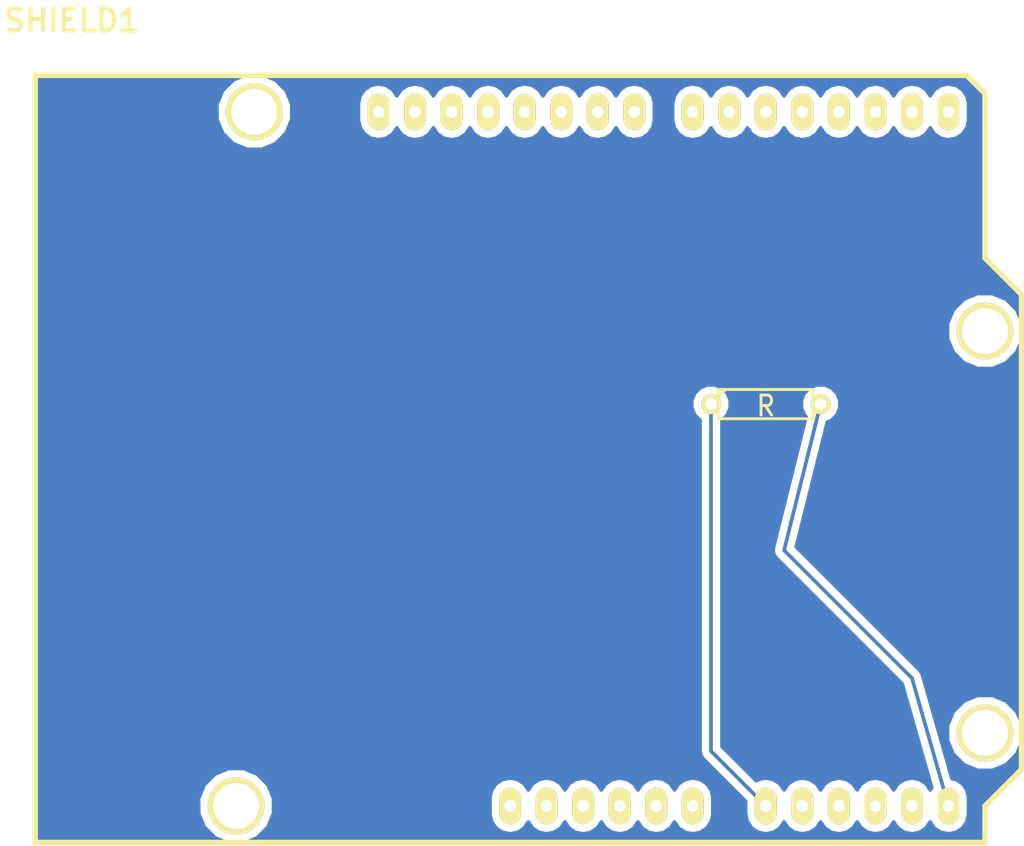
<source format=kicad_pcb>
(kicad_pcb (version 3) (host pcbnew "(2013-may-18)-stable")

  (general
    (links 2)
    (no_connects 0)
    (area 142.680267 130.9116 218.884501 189.734)
    (thickness 1.6)
    (drawings 0)
    (tracks 5)
    (zones 0)
    (modules 2)
    (nets 3)
  )

  (page A3)
  (layers
    (15 F.Cu signal)
    (0 B.Cu signal)
    (16 B.Adhes user)
    (17 F.Adhes user)
    (18 B.Paste user)
    (19 F.Paste user)
    (20 B.SilkS user)
    (21 F.SilkS user)
    (22 B.Mask user)
    (23 F.Mask user)
    (24 Dwgs.User user)
    (25 Cmts.User user)
    (26 Eco1.User user)
    (27 Eco2.User user)
    (28 Edge.Cuts user)
  )

  (setup
    (last_trace_width 0.254)
    (trace_clearance 0.254)
    (zone_clearance 0.508)
    (zone_45_only no)
    (trace_min 0.254)
    (segment_width 0.2)
    (edge_width 0.15)
    (via_size 0.889)
    (via_drill 0.635)
    (via_min_size 0.889)
    (via_min_drill 0.508)
    (uvia_size 0.508)
    (uvia_drill 0.127)
    (uvias_allowed no)
    (uvia_min_size 0.508)
    (uvia_min_drill 0.127)
    (pcb_text_width 0.3)
    (pcb_text_size 1 1)
    (mod_edge_width 0.15)
    (mod_text_size 1 1)
    (mod_text_width 0.15)
    (pad_size 1 1)
    (pad_drill 0.6)
    (pad_to_mask_clearance 0)
    (aux_axis_origin 0 0)
    (visible_elements FFFFFFBF)
    (pcbplotparams
      (layerselection 1)
      (usegerberextensions true)
      (excludeedgelayer false)
      (linewidth 0.150000)
      (plotframeref false)
      (viasonmask false)
      (mode 1)
      (useauxorigin false)
      (hpglpennumber 1)
      (hpglpenspeed 20)
      (hpglpendiameter 15)
      (hpglpenoverlay 2)
      (psnegative false)
      (psa4output false)
      (plotreference false)
      (plotvalue false)
      (plotothertext false)
      (plotinvisibletext false)
      (padsonsilk false)
      (subtractmaskfromsilk false)
      (outputformat 1)
      (mirror false)
      (drillshape 0)
      (scaleselection 1)
      (outputdirectory gerber/))
  )

  (net 0 "")
  (net 1 N-000002)
  (net 2 N-000003)

  (net_class Default "Ceci est la Netclass par défaut"
    (clearance 0.254)
    (trace_width 0.254)
    (via_dia 0.889)
    (via_drill 0.635)
    (uvia_dia 0.508)
    (uvia_drill 0.127)
    (add_net "")
    (add_net N-000002)
    (add_net N-000003)
  )

  (module "ARDUINO SHIELD" (layer F.Cu) (tedit 4CD6A37D) (tstamp 53239CB2)
    (at 149.86 189.23)
    (path /53239B99)
    (fp_text reference SHIELD1 (at 2.54 -57.15) (layer F.SilkS)
      (effects (font (size 1.524 1.524) (thickness 0.3048)))
    )
    (fp_text value ARDUINO_SHIELD (at 5.08 -54.61) (layer F.SilkS) hide
      (effects (font (size 1.524 1.524) (thickness 0.3048)))
    )
    (fp_line (start 66.04 -40.64) (end 66.04 -52.07) (layer F.SilkS) (width 0.381))
    (fp_line (start 66.04 -52.07) (end 64.77 -53.34) (layer F.SilkS) (width 0.381))
    (fp_line (start 64.77 -53.34) (end 0 -53.34) (layer F.SilkS) (width 0.381))
    (fp_line (start 66.04 0) (end 0 0) (layer F.SilkS) (width 0.381))
    (fp_line (start 0 0) (end 0 -53.34) (layer F.SilkS) (width 0.381))
    (fp_line (start 66.04 -40.64) (end 68.58 -38.1) (layer F.SilkS) (width 0.381))
    (fp_line (start 68.58 -38.1) (end 68.58 -5.08) (layer F.SilkS) (width 0.381))
    (fp_line (start 68.58 -5.08) (end 66.04 -2.54) (layer F.SilkS) (width 0.381))
    (fp_line (start 66.04 -2.54) (end 66.04 0) (layer F.SilkS) (width 0.381))
    (pad AD5 thru_hole oval (at 63.5 -2.54 90) (size 2.54 1.524) (drill 0.8128)
      (layers *.Cu *.Mask F.SilkS)
      (net 1 N-000002)
    )
    (pad AD4 thru_hole oval (at 60.96 -2.54 90) (size 2.54 1.524) (drill 0.8128)
      (layers *.Cu *.Mask F.SilkS)
    )
    (pad AD3 thru_hole oval (at 58.42 -2.54 90) (size 2.54 1.524) (drill 0.8128)
      (layers *.Cu *.Mask F.SilkS)
    )
    (pad AD0 thru_hole oval (at 50.8 -2.54 90) (size 2.54 1.524) (drill 0.8128)
      (layers *.Cu *.Mask F.SilkS)
      (net 2 N-000003)
    )
    (pad AD1 thru_hole oval (at 53.34 -2.54 90) (size 2.54 1.524) (drill 0.8128)
      (layers *.Cu *.Mask F.SilkS)
    )
    (pad AD2 thru_hole oval (at 55.88 -2.54 90) (size 2.54 1.524) (drill 0.8128)
      (layers *.Cu *.Mask F.SilkS)
    )
    (pad V_IN thru_hole oval (at 45.72 -2.54 90) (size 2.54 1.524) (drill 0.8128)
      (layers *.Cu *.Mask F.SilkS)
    )
    (pad GND2 thru_hole oval (at 43.18 -2.54 90) (size 2.54 1.524) (drill 0.8128)
      (layers *.Cu *.Mask F.SilkS)
    )
    (pad GND1 thru_hole oval (at 40.64 -2.54 90) (size 2.54 1.524) (drill 0.8128)
      (layers *.Cu *.Mask F.SilkS)
    )
    (pad 3V3 thru_hole oval (at 35.56 -2.54 90) (size 2.54 1.524) (drill 0.8128)
      (layers *.Cu *.Mask F.SilkS)
    )
    (pad RST thru_hole oval (at 33.02 -2.54 90) (size 2.54 1.524) (drill 0.8128)
      (layers *.Cu *.Mask F.SilkS)
    )
    (pad 0 thru_hole oval (at 63.5 -50.8 90) (size 2.54 1.524) (drill 0.8128)
      (layers *.Cu *.Mask F.SilkS)
    )
    (pad 1 thru_hole oval (at 60.96 -50.8 90) (size 2.54 1.524) (drill 0.8128)
      (layers *.Cu *.Mask F.SilkS)
    )
    (pad 2 thru_hole oval (at 58.42 -50.8 90) (size 2.54 1.524) (drill 0.8128)
      (layers *.Cu *.Mask F.SilkS)
    )
    (pad 3 thru_hole oval (at 55.88 -50.8 90) (size 2.54 1.524) (drill 0.8128)
      (layers *.Cu *.Mask F.SilkS)
    )
    (pad 4 thru_hole oval (at 53.34 -50.8 90) (size 2.54 1.524) (drill 0.8128)
      (layers *.Cu *.Mask F.SilkS)
    )
    (pad 5 thru_hole oval (at 50.8 -50.8 90) (size 2.54 1.524) (drill 0.8128)
      (layers *.Cu *.Mask F.SilkS)
    )
    (pad 6 thru_hole oval (at 48.26 -50.8 90) (size 2.54 1.524) (drill 0.8128)
      (layers *.Cu *.Mask F.SilkS)
    )
    (pad 7 thru_hole oval (at 45.72 -50.8 90) (size 2.54 1.524) (drill 0.8128)
      (layers *.Cu *.Mask F.SilkS)
    )
    (pad 8 thru_hole oval (at 41.656 -50.8 90) (size 2.54 1.524) (drill 0.8128)
      (layers *.Cu *.Mask F.SilkS)
    )
    (pad 9 thru_hole oval (at 39.116 -50.8 90) (size 2.54 1.524) (drill 0.8128)
      (layers *.Cu *.Mask F.SilkS)
    )
    (pad 10 thru_hole oval (at 36.576 -50.8 90) (size 2.54 1.524) (drill 0.8128)
      (layers *.Cu *.Mask F.SilkS)
    )
    (pad 11 thru_hole oval (at 34.036 -50.8 90) (size 2.54 1.524) (drill 0.8128)
      (layers *.Cu *.Mask F.SilkS)
    )
    (pad 12 thru_hole oval (at 31.496 -50.8 90) (size 2.54 1.524) (drill 0.8128)
      (layers *.Cu *.Mask F.SilkS)
    )
    (pad 13 thru_hole oval (at 28.956 -50.8 90) (size 2.54 1.524) (drill 0.8128)
      (layers *.Cu *.Mask F.SilkS)
    )
    (pad GND3 thru_hole oval (at 26.416 -50.8 90) (size 2.54 1.524) (drill 0.8128)
      (layers *.Cu *.Mask F.SilkS)
    )
    (pad AREF thru_hole oval (at 23.876 -50.8 90) (size 2.54 1.524) (drill 0.8128)
      (layers *.Cu *.Mask F.SilkS)
    )
    (pad 5V thru_hole oval (at 38.1 -2.54 90) (size 2.54 1.524) (drill 0.8128)
      (layers *.Cu *.Mask F.SilkS)
    )
    (pad "" thru_hole circle (at 66.04 -7.62 90) (size 3.937 3.937) (drill 3.175)
      (layers *.Cu *.Mask F.SilkS)
    )
    (pad "" thru_hole circle (at 66.04 -35.56 90) (size 3.937 3.937) (drill 3.175)
      (layers *.Cu *.Mask F.SilkS)
    )
    (pad "" thru_hole circle (at 15.24 -50.8 90) (size 3.937 3.937) (drill 3.175)
      (layers *.Cu *.Mask F.SilkS)
    )
    (pad "" thru_hole circle (at 13.97 -2.54 90) (size 3.937 3.937) (drill 3.175)
      (layers *.Cu *.Mask F.SilkS)
    )
  )

  (module R3 (layer F.Cu) (tedit 4E4C0E65) (tstamp 5323B50C)
    (at 200.66 158.75)
    (descr "Resitance 3 pas")
    (tags R)
    (path /5323B3D3)
    (autoplace_cost180 10)
    (fp_text reference R1 (at 0 0.127) (layer F.SilkS) hide
      (effects (font (size 1.397 1.27) (thickness 0.2032)))
    )
    (fp_text value R (at 0 0.127) (layer F.SilkS)
      (effects (font (size 1.397 1.27) (thickness 0.2032)))
    )
    (fp_line (start -3.81 0) (end -3.302 0) (layer F.SilkS) (width 0.2032))
    (fp_line (start 3.81 0) (end 3.302 0) (layer F.SilkS) (width 0.2032))
    (fp_line (start 3.302 0) (end 3.302 -1.016) (layer F.SilkS) (width 0.2032))
    (fp_line (start 3.302 -1.016) (end -3.302 -1.016) (layer F.SilkS) (width 0.2032))
    (fp_line (start -3.302 -1.016) (end -3.302 1.016) (layer F.SilkS) (width 0.2032))
    (fp_line (start -3.302 1.016) (end 3.302 1.016) (layer F.SilkS) (width 0.2032))
    (fp_line (start 3.302 1.016) (end 3.302 0) (layer F.SilkS) (width 0.2032))
    (fp_line (start -3.302 -0.508) (end -2.794 -1.016) (layer F.SilkS) (width 0.2032))
    (pad 1 thru_hole circle (at -3.81 0) (size 1.397 1.397) (drill 0.8128)
      (layers *.Cu *.Mask F.SilkS)
      (net 2 N-000003)
    )
    (pad 2 thru_hole circle (at 3.81 0) (size 1.397 1.397) (drill 0.8128)
      (layers *.Cu *.Mask F.SilkS)
      (net 1 N-000002)
    )
    (model discret/resistor.wrl
      (at (xyz 0 0 0))
      (scale (xyz 0.3 0.3 0.3))
      (rotate (xyz 0 0 0))
    )
  )

  (segment (start 204.47 158.75) (end 201.93 168.91) (width 0.254) (layer B.Cu) (net 1) (status 400000))
  (segment (start 210.82 177.8) (end 213.36 186.69) (width 0.254) (layer B.Cu) (net 1) (tstamp 5323B519) (status 800000))
  (segment (start 201.93 168.91) (end 210.82 177.8) (width 0.254) (layer B.Cu) (net 1) (tstamp 5323B517))
  (segment (start 196.85 158.75) (end 196.85 182.88) (width 0.254) (layer B.Cu) (net 2))
  (segment (start 196.85 182.88) (end 200.66 186.69) (width 0.254) (layer B.Cu) (net 2) (tstamp 5323B513))

  (zone (net 0) (net_name "") (layer B.Cu) (tstamp 53245A62) (hatch edge 0.508)
    (connect_pads (clearance 0.508))
    (min_thickness 0.254)
    (fill (arc_segments 16) (thermal_gap 0.508) (thermal_bridge_width 0.508))
    (polygon
      (pts
        (xy 218.44 184.15) (xy 215.9 186.69) (xy 215.9 189.23) (xy 149.86 189.23) (xy 149.86 135.89)
        (xy 214.63 135.89) (xy 215.9 137.16) (xy 215.9 148.59) (xy 218.44 151.13)
      )
    )
    (filled_polygon
      (pts
        (xy 218.313 184.097395) (xy 215.773 186.637395) (xy 215.773 189.103) (xy 214.757 189.103) (xy 214.757 187.235321)
        (xy 214.757 186.144679) (xy 214.65066 185.61007) (xy 214.347828 185.156851) (xy 213.894609 184.854019) (xy 213.60531 184.796474)
        (xy 211.552847 177.591243) (xy 211.532636 177.551832) (xy 211.523996 177.508395) (xy 211.465346 177.420619) (xy 211.417174 177.326685)
        (xy 211.383421 177.29801) (xy 211.358815 177.261184) (xy 202.773661 168.676031) (xy 204.936852 159.999948) (xy 205.22438 159.881145)
        (xy 205.599826 159.506353) (xy 205.803267 159.016413) (xy 205.80373 158.485914) (xy 205.601145 157.99562) (xy 205.226353 157.620174)
        (xy 204.736413 157.416733) (xy 204.205914 157.41627) (xy 203.71562 157.618855) (xy 203.340174 157.993647) (xy 203.136733 158.483587)
        (xy 203.13627 159.014086) (xy 203.338855 159.50438) (xy 203.459599 159.625334) (xy 201.190635 168.725656) (xy 201.186167 168.818672)
        (xy 201.168001 168.91) (xy 201.179099 168.965798) (xy 201.17637 169.022631) (xy 201.207837 169.110276) (xy 201.226004 169.201604)
        (xy 201.257612 169.24891) (xy 201.276839 169.302459) (xy 201.339451 169.371389) (xy 201.391185 169.448815) (xy 210.141335 178.198966)
        (xy 212.197715 185.417942) (xy 212.09 185.57915) (xy 212.065905 185.543089) (xy 212.062059 185.530059) (xy 212.033998 185.495338)
        (xy 211.807828 185.156851) (xy 211.354609 184.854019) (xy 210.82 184.747679) (xy 210.285391 184.854019) (xy 209.832172 185.156851)
        (xy 209.606001 185.495338) (xy 209.577941 185.530059) (xy 209.574094 185.543089) (xy 209.55 185.57915) (xy 209.525905 185.543089)
        (xy 209.522059 185.530059) (xy 209.493998 185.495338) (xy 209.267828 185.156851) (xy 208.814609 184.854019) (xy 208.28 184.747679)
        (xy 207.745391 184.854019) (xy 207.292172 185.156851) (xy 207.066001 185.495338) (xy 207.037941 185.530059) (xy 207.034094 185.543089)
        (xy 207.01 185.57915) (xy 206.985905 185.543089) (xy 206.982059 185.530059) (xy 206.953998 185.495338) (xy 206.727828 185.156851)
        (xy 206.274609 184.854019) (xy 205.74 184.747679) (xy 205.205391 184.854019) (xy 204.752172 185.156851) (xy 204.526001 185.495338)
        (xy 204.497941 185.530059) (xy 204.494094 185.543089) (xy 204.47 185.57915) (xy 204.445905 185.543089) (xy 204.442059 185.530059)
        (xy 204.413998 185.495338) (xy 204.187828 185.156851) (xy 203.734609 184.854019) (xy 203.2 184.747679) (xy 202.665391 184.854019)
        (xy 202.212172 185.156851) (xy 201.986001 185.495338) (xy 201.957941 185.530059) (xy 201.954094 185.543089) (xy 201.93 185.57915)
        (xy 201.647828 185.156851) (xy 201.194609 184.854019) (xy 200.66 184.747679) (xy 200.125391 184.854019) (xy 199.991268 184.943637)
        (xy 197.612 182.564369) (xy 197.612 159.873538) (xy 197.979826 159.506353) (xy 198.183267 159.016413) (xy 198.18373 158.485914)
        (xy 197.981145 157.99562) (xy 197.606353 157.620174) (xy 197.116413 157.416733) (xy 196.585914 157.41627) (xy 196.09562 157.618855)
        (xy 195.720174 157.993647) (xy 195.516733 158.483587) (xy 195.51627 159.014086) (xy 195.718855 159.50438) (xy 196.088 159.874169)
        (xy 196.088 182.88) (xy 196.146004 183.171605) (xy 196.311185 183.418815) (xy 199.263 186.37063) (xy 199.263 187.235321)
        (xy 199.36934 187.76993) (xy 199.672172 188.223149) (xy 200.125391 188.525981) (xy 200.66 188.632321) (xy 201.194609 188.525981)
        (xy 201.647828 188.223149) (xy 201.93 187.800849) (xy 201.954094 187.83691) (xy 201.957941 187.849941) (xy 201.986001 187.884661)
        (xy 202.212172 188.223149) (xy 202.665391 188.525981) (xy 203.2 188.632321) (xy 203.734609 188.525981) (xy 204.187828 188.223149)
        (xy 204.413998 187.884661) (xy 204.442059 187.849941) (xy 204.445905 187.83691) (xy 204.47 187.800849) (xy 204.494094 187.83691)
        (xy 204.497941 187.849941) (xy 204.526001 187.884661) (xy 204.752172 188.223149) (xy 205.205391 188.525981) (xy 205.74 188.632321)
        (xy 206.274609 188.525981) (xy 206.727828 188.223149) (xy 206.953998 187.884661) (xy 206.982059 187.849941) (xy 206.985905 187.83691)
        (xy 207.01 187.800849) (xy 207.034094 187.83691) (xy 207.037941 187.849941) (xy 207.066001 187.884661) (xy 207.292172 188.223149)
        (xy 207.745391 188.525981) (xy 208.28 188.632321) (xy 208.814609 188.525981) (xy 209.267828 188.223149) (xy 209.493998 187.884661)
        (xy 209.522059 187.849941) (xy 209.525905 187.83691) (xy 209.55 187.800849) (xy 209.574094 187.83691) (xy 209.577941 187.849941)
        (xy 209.606001 187.884661) (xy 209.832172 188.223149) (xy 210.285391 188.525981) (xy 210.82 188.632321) (xy 211.354609 188.525981)
        (xy 211.807828 188.223149) (xy 212.033998 187.884661) (xy 212.062059 187.849941) (xy 212.065905 187.83691) (xy 212.09 187.800849)
        (xy 212.372172 188.223149) (xy 212.825391 188.525981) (xy 213.36 188.632321) (xy 213.894609 188.525981) (xy 214.347828 188.223149)
        (xy 214.65066 187.76993) (xy 214.757 187.235321) (xy 214.757 189.103) (xy 196.977 189.103) (xy 196.977 187.325)
        (xy 196.977 187.235321) (xy 196.977 186.817) (xy 196.977 186.563) (xy 196.977 186.144679) (xy 196.977 186.055)
        (xy 196.922295 185.869662) (xy 196.87066 185.61007) (xy 196.825905 185.543089) (xy 196.822059 185.530059) (xy 196.793998 185.495338)
        (xy 196.567828 185.156851) (xy 196.114609 184.854019) (xy 195.58 184.747679) (xy 195.045391 184.854019) (xy 194.592172 185.156851)
        (xy 194.366001 185.495338) (xy 194.337941 185.530059) (xy 194.334094 185.543089) (xy 194.31 185.57915) (xy 194.285905 185.543089)
        (xy 194.282059 185.530059) (xy 194.253998 185.495338) (xy 194.027828 185.156851) (xy 193.574609 184.854019) (xy 193.04 184.747679)
        (xy 192.913 184.77294) (xy 192.913 139.065) (xy 192.913 138.975321) (xy 192.913 138.557) (xy 192.913 138.303)
        (xy 192.913 137.884679) (xy 192.913 137.795) (xy 192.858295 137.609662) (xy 192.80666 137.35007) (xy 192.761905 137.283089)
        (xy 192.758059 137.270059) (xy 192.729998 137.235338) (xy 192.503828 136.896851) (xy 192.050609 136.594019) (xy 191.516 136.487679)
        (xy 190.981391 136.594019) (xy 190.528172 136.896851) (xy 190.302001 137.235338) (xy 190.273941 137.270059) (xy 190.270094 137.283089)
        (xy 190.246 137.31915) (xy 190.221905 137.283089) (xy 190.218059 137.270059) (xy 190.189998 137.235338) (xy 189.963828 136.896851)
        (xy 189.510609 136.594019) (xy 188.976 136.487679) (xy 188.441391 136.594019) (xy 187.988172 136.896851) (xy 187.762001 137.235338)
        (xy 187.733941 137.270059) (xy 187.730094 137.283089) (xy 187.706 137.31915) (xy 187.681905 137.283089) (xy 187.678059 137.270059)
        (xy 187.649998 137.235338) (xy 187.423828 136.896851) (xy 186.970609 136.594019) (xy 186.436 136.487679) (xy 185.901391 136.594019)
        (xy 185.448172 136.896851) (xy 185.222001 137.235338) (xy 185.193941 137.270059) (xy 185.190094 137.283089) (xy 185.166 137.31915)
        (xy 185.141905 137.283089) (xy 185.138059 137.270059) (xy 185.109998 137.235338) (xy 184.883828 136.896851) (xy 184.430609 136.594019)
        (xy 183.896 136.487679) (xy 183.361391 136.594019) (xy 182.908172 136.896851) (xy 182.682001 137.235338) (xy 182.653941 137.270059)
        (xy 182.650094 137.283089) (xy 182.626 137.31915) (xy 182.601905 137.283089) (xy 182.598059 137.270059) (xy 182.569998 137.235338)
        (xy 182.343828 136.896851) (xy 181.890609 136.594019) (xy 181.356 136.487679) (xy 180.821391 136.594019) (xy 180.368172 136.896851)
        (xy 180.142001 137.235338) (xy 180.113941 137.270059) (xy 180.110094 137.283089) (xy 180.086 137.31915) (xy 180.061905 137.283089)
        (xy 180.058059 137.270059) (xy 180.029998 137.235338) (xy 179.803828 136.896851) (xy 179.350609 136.594019) (xy 178.816 136.487679)
        (xy 178.281391 136.594019) (xy 177.828172 136.896851) (xy 177.602001 137.235338) (xy 177.573941 137.270059) (xy 177.570094 137.283089)
        (xy 177.546 137.31915) (xy 177.521905 137.283089) (xy 177.518059 137.270059) (xy 177.489998 137.235338) (xy 177.263828 136.896851)
        (xy 176.810609 136.594019) (xy 176.276 136.487679) (xy 175.741391 136.594019) (xy 175.288172 136.896851) (xy 175.062001 137.235338)
        (xy 175.033941 137.270059) (xy 175.030094 137.283089) (xy 175.006 137.31915) (xy 174.981905 137.283089) (xy 174.978059 137.270059)
        (xy 174.949998 137.235338) (xy 174.723828 136.896851) (xy 174.270609 136.594019) (xy 173.736 136.487679) (xy 173.201391 136.594019)
        (xy 172.748172 136.896851) (xy 172.522001 137.235338) (xy 172.493941 137.270059) (xy 172.490094 137.283089) (xy 172.44534 137.35007)
        (xy 172.393704 137.609662) (xy 172.339 137.795) (xy 172.339 137.884679) (xy 172.339 138.303) (xy 172.339 138.557)
        (xy 172.339 138.975321) (xy 172.339 139.065) (xy 172.393704 139.250337) (xy 172.44534 139.50993) (xy 172.490094 139.57691)
        (xy 172.493941 139.589941) (xy 172.522001 139.624661) (xy 172.748172 139.963149) (xy 173.201391 140.265981) (xy 173.736 140.372321)
        (xy 174.270609 140.265981) (xy 174.723828 139.963149) (xy 174.949998 139.624661) (xy 174.978059 139.589941) (xy 174.981905 139.57691)
        (xy 175.006 139.540849) (xy 175.030094 139.57691) (xy 175.033941 139.589941) (xy 175.062001 139.624661) (xy 175.288172 139.963149)
        (xy 175.741391 140.265981) (xy 176.276 140.372321) (xy 176.810609 140.265981) (xy 177.263828 139.963149) (xy 177.489998 139.624661)
        (xy 177.518059 139.589941) (xy 177.521905 139.57691) (xy 177.546 139.540849) (xy 177.570094 139.57691) (xy 177.573941 139.589941)
        (xy 177.602001 139.624661) (xy 177.828172 139.963149) (xy 178.281391 140.265981) (xy 178.816 140.372321) (xy 179.350609 140.265981)
        (xy 179.803828 139.963149) (xy 180.029998 139.624661) (xy 180.058059 139.589941) (xy 180.061905 139.57691) (xy 180.086 139.540849)
        (xy 180.110094 139.57691) (xy 180.113941 139.589941) (xy 180.142001 139.624661) (xy 180.368172 139.963149) (xy 180.821391 140.265981)
        (xy 181.356 140.372321) (xy 181.890609 140.265981) (xy 182.343828 139.963149) (xy 182.569998 139.624661) (xy 182.598059 139.589941)
        (xy 182.601905 139.57691) (xy 182.626 139.540849) (xy 182.650094 139.57691) (xy 182.653941 139.589941) (xy 182.682001 139.624661)
        (xy 182.908172 139.963149) (xy 183.361391 140.265981) (xy 183.896 140.372321) (xy 184.430609 140.265981) (xy 184.883828 139.963149)
        (xy 185.109998 139.624661) (xy 185.138059 139.589941) (xy 185.141905 139.57691) (xy 185.166 139.540849) (xy 185.190094 139.57691)
        (xy 185.193941 139.589941) (xy 185.222001 139.624661) (xy 185.448172 139.963149) (xy 185.901391 140.265981) (xy 186.436 140.372321)
        (xy 186.970609 140.265981) (xy 187.423828 139.963149) (xy 187.649998 139.624661) (xy 187.678059 139.589941) (xy 187.681905 139.57691)
        (xy 187.706 139.540849) (xy 187.730094 139.57691) (xy 187.733941 139.589941) (xy 187.762001 139.624661) (xy 187.988172 139.963149)
        (xy 188.441391 140.265981) (xy 188.976 140.372321) (xy 189.510609 140.265981) (xy 189.963828 139.963149) (xy 190.189998 139.624661)
        (xy 190.218059 139.589941) (xy 190.221905 139.57691) (xy 190.246 139.540849) (xy 190.270094 139.57691) (xy 190.273941 139.589941)
        (xy 190.302001 139.624661) (xy 190.528172 139.963149) (xy 190.981391 140.265981) (xy 191.516 140.372321) (xy 192.050609 140.265981)
        (xy 192.503828 139.963149) (xy 192.729998 139.624661) (xy 192.758059 139.589941) (xy 192.761905 139.57691) (xy 192.80666 139.50993)
        (xy 192.858295 139.250337) (xy 192.913 139.065) (xy 192.913 184.77294) (xy 192.505391 184.854019) (xy 192.052172 185.156851)
        (xy 191.826001 185.495338) (xy 191.797941 185.530059) (xy 191.794094 185.543089) (xy 191.77 185.57915) (xy 191.745905 185.543089)
        (xy 191.742059 185.530059) (xy 191.713998 185.495338) (xy 191.487828 185.156851) (xy 191.034609 184.854019) (xy 190.5 184.747679)
        (xy 189.965391 184.854019) (xy 189.512172 185.156851) (xy 189.286001 185.495338) (xy 189.257941 185.530059) (xy 189.254094 185.543089)
        (xy 189.23 185.57915) (xy 189.205905 185.543089) (xy 189.202059 185.530059) (xy 189.173998 185.495338) (xy 188.947828 185.156851)
        (xy 188.494609 184.854019) (xy 187.96 184.747679) (xy 187.425391 184.854019) (xy 186.972172 185.156851) (xy 186.746001 185.495338)
        (xy 186.717941 185.530059) (xy 186.714094 185.543089) (xy 186.69 185.57915) (xy 186.665905 185.543089) (xy 186.662059 185.530059)
        (xy 186.633998 185.495338) (xy 186.407828 185.156851) (xy 185.954609 184.854019) (xy 185.42 184.747679) (xy 184.885391 184.854019)
        (xy 184.432172 185.156851) (xy 184.206001 185.495338) (xy 184.177941 185.530059) (xy 184.174094 185.543089) (xy 184.15 185.57915)
        (xy 184.125905 185.543089) (xy 184.122059 185.530059) (xy 184.093998 185.495338) (xy 183.867828 185.156851) (xy 183.414609 184.854019)
        (xy 182.88 184.747679) (xy 182.345391 184.854019) (xy 181.892172 185.156851) (xy 181.666001 185.495338) (xy 181.637941 185.530059)
        (xy 181.634094 185.543089) (xy 181.58934 185.61007) (xy 181.537704 185.869662) (xy 181.483 186.055) (xy 181.483 186.144679)
        (xy 181.483 186.563) (xy 181.483 186.817) (xy 181.483 187.235321) (xy 181.483 187.325) (xy 181.537704 187.510337)
        (xy 181.58934 187.76993) (xy 181.634094 187.83691) (xy 181.637941 187.849941) (xy 181.666001 187.884661) (xy 181.892172 188.223149)
        (xy 182.345391 188.525981) (xy 182.88 188.632321) (xy 183.414609 188.525981) (xy 183.867828 188.223149) (xy 184.093998 187.884661)
        (xy 184.122059 187.849941) (xy 184.125905 187.83691) (xy 184.15 187.800849) (xy 184.174094 187.83691) (xy 184.177941 187.849941)
        (xy 184.206001 187.884661) (xy 184.432172 188.223149) (xy 184.885391 188.525981) (xy 185.42 188.632321) (xy 185.954609 188.525981)
        (xy 186.407828 188.223149) (xy 186.633998 187.884661) (xy 186.662059 187.849941) (xy 186.665905 187.83691) (xy 186.69 187.800849)
        (xy 186.714094 187.83691) (xy 186.717941 187.849941) (xy 186.746001 187.884661) (xy 186.972172 188.223149) (xy 187.425391 188.525981)
        (xy 187.96 188.632321) (xy 188.494609 188.525981) (xy 188.947828 188.223149) (xy 189.173998 187.884661) (xy 189.202059 187.849941)
        (xy 189.205905 187.83691) (xy 189.23 187.800849) (xy 189.254094 187.83691) (xy 189.257941 187.849941) (xy 189.286001 187.884661)
        (xy 189.512172 188.223149) (xy 189.965391 188.525981) (xy 190.5 188.632321) (xy 191.034609 188.525981) (xy 191.487828 188.223149)
        (xy 191.713998 187.884661) (xy 191.742059 187.849941) (xy 191.745905 187.83691) (xy 191.77 187.800849) (xy 191.794094 187.83691)
        (xy 191.797941 187.849941) (xy 191.826001 187.884661) (xy 192.052172 188.223149) (xy 192.505391 188.525981) (xy 193.04 188.632321)
        (xy 193.574609 188.525981) (xy 194.027828 188.223149) (xy 194.253998 187.884661) (xy 194.282059 187.849941) (xy 194.285905 187.83691)
        (xy 194.31 187.800849) (xy 194.334094 187.83691) (xy 194.337941 187.849941) (xy 194.366001 187.884661) (xy 194.592172 188.223149)
        (xy 195.045391 188.525981) (xy 195.58 188.632321) (xy 196.114609 188.525981) (xy 196.567828 188.223149) (xy 196.793998 187.884661)
        (xy 196.822059 187.849941) (xy 196.825905 187.83691) (xy 196.87066 187.76993) (xy 196.922295 187.510337) (xy 196.977 187.325)
        (xy 196.977 189.103) (xy 164.819149 189.103) (xy 165.285747 188.909729) (xy 165.289058 188.904118) (xy 165.302837 188.898426)
        (xy 166.035852 188.166689) (xy 166.042865 188.149799) (xy 166.049729 188.145747) (xy 166.23916 187.677068) (xy 166.433047 187.21014)
        (xy 166.433058 187.197341) (xy 166.437852 187.185481) (xy 166.433509 186.679993) (xy 166.43395 186.174404) (xy 166.429063 186.162578)
        (xy 166.428954 186.149783) (xy 166.049729 185.234253) (xy 166.044118 185.230941) (xy 166.038426 185.217163) (xy 165.306689 184.484148)
        (xy 165.289799 184.477134) (xy 165.285747 184.470271) (xy 164.817068 184.280839) (xy 164.35014 184.086953) (xy 164.337341 184.086941)
        (xy 164.325481 184.082148) (xy 163.819993 184.08649) (xy 163.314404 184.08605) (xy 163.302578 184.090936) (xy 163.289783 184.091046)
        (xy 162.374253 184.470271) (xy 162.370941 184.475881) (xy 162.357163 184.481574) (xy 161.624148 185.213311) (xy 161.617134 185.2302)
        (xy 161.610271 185.234253) (xy 161.420839 185.702931) (xy 161.226953 186.16986) (xy 161.226941 186.182658) (xy 161.222148 186.194519)
        (xy 161.22649 186.700006) (xy 161.22605 187.205596) (xy 161.230936 187.217421) (xy 161.231046 187.230217) (xy 161.610271 188.145747)
        (xy 161.615881 188.149058) (xy 161.621574 188.162837) (xy 162.353311 188.895852) (xy 162.3702 188.902865) (xy 162.374253 188.909729)
        (xy 162.842931 189.09916) (xy 162.852177 189.103) (xy 149.987 189.103) (xy 149.987 136.017) (xy 164.11085 136.017)
        (xy 163.644253 136.210271) (xy 163.640941 136.215881) (xy 163.627163 136.221574) (xy 162.894148 136.953311) (xy 162.887134 136.9702)
        (xy 162.880271 136.974253) (xy 162.690839 137.442931) (xy 162.496953 137.90986) (xy 162.496941 137.922658) (xy 162.492148 137.934519)
        (xy 162.49649 138.440006) (xy 162.49605 138.945596) (xy 162.500936 138.957421) (xy 162.501046 138.970217) (xy 162.880271 139.885747)
        (xy 162.885881 139.889058) (xy 162.891574 139.902837) (xy 163.623311 140.635852) (xy 163.6402 140.642865) (xy 163.644253 140.649729)
        (xy 164.112931 140.83916) (xy 164.57986 141.033047) (xy 164.592658 141.033058) (xy 164.604519 141.037852) (xy 165.110006 141.033509)
        (xy 165.615596 141.03395) (xy 165.627421 141.029063) (xy 165.640217 141.028954) (xy 166.555747 140.649729) (xy 166.559058 140.644118)
        (xy 166.572837 140.638426) (xy 167.305852 139.906689) (xy 167.312865 139.889799) (xy 167.319729 139.885747) (xy 167.50916 139.417068)
        (xy 167.703047 138.95014) (xy 167.703058 138.937341) (xy 167.707852 138.925481) (xy 167.703509 138.419993) (xy 167.70395 137.914404)
        (xy 167.699063 137.902578) (xy 167.698954 137.889783) (xy 167.319729 136.974253) (xy 167.314118 136.970941) (xy 167.308426 136.957163)
        (xy 166.576689 136.224148) (xy 166.559799 136.217134) (xy 166.555747 136.210271) (xy 166.087068 136.020839) (xy 166.077822 136.017)
        (xy 214.577395 136.017) (xy 215.773 137.212605) (xy 215.773 148.642605) (xy 218.313 151.182605) (xy 218.313 152.68085)
        (xy 218.119729 152.214253) (xy 218.114118 152.210941) (xy 218.108426 152.197163) (xy 217.376689 151.464148) (xy 217.359799 151.457134)
        (xy 217.355747 151.450271) (xy 216.887068 151.260839) (xy 216.42014 151.066953) (xy 216.407341 151.066941) (xy 216.395481 151.062148)
        (xy 215.889993 151.06649) (xy 215.384404 151.06605) (xy 215.372578 151.070936) (xy 215.359783 151.071046) (xy 214.757 151.320726)
        (xy 214.757 139.065) (xy 214.757 138.975321) (xy 214.757 138.557) (xy 214.757 138.303) (xy 214.757 137.884679)
        (xy 214.757 137.795) (xy 214.702295 137.609662) (xy 214.65066 137.35007) (xy 214.605905 137.283089) (xy 214.602059 137.270059)
        (xy 214.573998 137.235338) (xy 214.347828 136.896851) (xy 213.894609 136.594019) (xy 213.36 136.487679) (xy 212.825391 136.594019)
        (xy 212.372172 136.896851) (xy 212.146001 137.235338) (xy 212.117941 137.270059) (xy 212.114094 137.283089) (xy 212.09 137.31915)
        (xy 212.065905 137.283089) (xy 212.062059 137.270059) (xy 212.033998 137.235338) (xy 211.807828 136.896851) (xy 211.354609 136.594019)
        (xy 210.82 136.487679) (xy 210.285391 136.594019) (xy 209.832172 136.896851) (xy 209.606001 137.235338) (xy 209.577941 137.270059)
        (xy 209.574094 137.283089) (xy 209.55 137.31915) (xy 209.525905 137.283089) (xy 209.522059 137.270059) (xy 209.493998 137.235338)
        (xy 209.267828 136.896851) (xy 208.814609 136.594019) (xy 208.28 136.487679) (xy 207.745391 136.594019) (xy 207.292172 136.896851)
        (xy 207.066001 137.235338) (xy 207.037941 137.270059) (xy 207.034094 137.283089) (xy 207.01 137.31915) (xy 206.985905 137.283089)
        (xy 206.982059 137.270059) (xy 206.953998 137.235338) (xy 206.727828 136.896851) (xy 206.274609 136.594019) (xy 205.74 136.487679)
        (xy 205.205391 136.594019) (xy 204.752172 136.896851) (xy 204.526001 137.235338) (xy 204.497941 137.270059) (xy 204.494094 137.283089)
        (xy 204.47 137.31915) (xy 204.445905 137.283089) (xy 204.442059 137.270059) (xy 204.413998 137.235338) (xy 204.187828 136.896851)
        (xy 203.734609 136.594019) (xy 203.2 136.487679) (xy 202.665391 136.594019) (xy 202.212172 136.896851) (xy 201.986001 137.235338)
        (xy 201.957941 137.270059) (xy 201.954094 137.283089) (xy 201.93 137.31915) (xy 201.905905 137.283089) (xy 201.902059 137.270059)
        (xy 201.873998 137.235338) (xy 201.647828 136.896851) (xy 201.194609 136.594019) (xy 200.66 136.487679) (xy 200.125391 136.594019)
        (xy 199.672172 136.896851) (xy 199.446001 137.235338) (xy 199.417941 137.270059) (xy 199.414094 137.283089) (xy 199.39 137.31915)
        (xy 199.365905 137.283089) (xy 199.362059 137.270059) (xy 199.333998 137.235338) (xy 199.107828 136.896851) (xy 198.654609 136.594019)
        (xy 198.12 136.487679) (xy 197.585391 136.594019) (xy 197.132172 136.896851) (xy 196.906001 137.235338) (xy 196.877941 137.270059)
        (xy 196.874094 137.283089) (xy 196.85 137.31915) (xy 196.825905 137.283089) (xy 196.822059 137.270059) (xy 196.793998 137.235338)
        (xy 196.567828 136.896851) (xy 196.114609 136.594019) (xy 195.58 136.487679) (xy 195.045391 136.594019) (xy 194.592172 136.896851)
        (xy 194.366001 137.235338) (xy 194.337941 137.270059) (xy 194.334094 137.283089) (xy 194.28934 137.35007) (xy 194.237704 137.609662)
        (xy 194.183 137.795) (xy 194.183 137.884679) (xy 194.183 138.303) (xy 194.183 138.557) (xy 194.183 138.975321)
        (xy 194.183 139.065) (xy 194.237704 139.250337) (xy 194.28934 139.50993) (xy 194.334094 139.57691) (xy 194.337941 139.589941)
        (xy 194.366001 139.624661) (xy 194.592172 139.963149) (xy 195.045391 140.265981) (xy 195.58 140.372321) (xy 196.114609 140.265981)
        (xy 196.567828 139.963149) (xy 196.793998 139.624661) (xy 196.822059 139.589941) (xy 196.825905 139.57691) (xy 196.85 139.540849)
        (xy 196.874094 139.57691) (xy 196.877941 139.589941) (xy 196.906001 139.624661) (xy 197.132172 139.963149) (xy 197.585391 140.265981)
        (xy 198.12 140.372321) (xy 198.654609 140.265981) (xy 199.107828 139.963149) (xy 199.333998 139.624661) (xy 199.362059 139.589941)
        (xy 199.365905 139.57691) (xy 199.39 139.540849) (xy 199.414094 139.57691) (xy 199.417941 139.589941) (xy 199.446001 139.624661)
        (xy 199.672172 139.963149) (xy 200.125391 140.265981) (xy 200.66 140.372321) (xy 201.194609 140.265981) (xy 201.647828 139.963149)
        (xy 201.873998 139.624661) (xy 201.902059 139.589941) (xy 201.905905 139.57691) (xy 201.93 139.540849) (xy 201.954094 139.57691)
        (xy 201.957941 139.589941) (xy 201.986001 139.624661) (xy 202.212172 139.963149) (xy 202.665391 140.265981) (xy 203.2 140.372321)
        (xy 203.734609 140.265981) (xy 204.187828 139.963149) (xy 204.413998 139.624661) (xy 204.442059 139.589941) (xy 204.445905 139.57691)
        (xy 204.47 139.540849) (xy 204.494094 139.57691) (xy 204.497941 139.589941) (xy 204.526001 139.624661) (xy 204.752172 139.963149)
        (xy 205.205391 140.265981) (xy 205.74 140.372321) (xy 206.274609 140.265981) (xy 206.727828 139.963149) (xy 206.953998 139.624661)
        (xy 206.982059 139.589941) (xy 206.985905 139.57691) (xy 207.01 139.540849) (xy 207.034094 139.57691) (xy 207.037941 139.589941)
        (xy 207.066001 139.624661) (xy 207.292172 139.963149) (xy 207.745391 140.265981) (xy 208.28 140.372321) (xy 208.814609 140.265981)
        (xy 209.267828 139.963149) (xy 209.493998 139.624661) (xy 209.522059 139.589941) (xy 209.525905 139.57691) (xy 209.55 139.540849)
        (xy 209.574094 139.57691) (xy 209.577941 139.589941) (xy 209.606001 139.624661) (xy 209.832172 139.963149) (xy 210.285391 140.265981)
        (xy 210.82 140.372321) (xy 211.354609 140.265981) (xy 211.807828 139.963149) (xy 212.033998 139.624661) (xy 212.062059 139.589941)
        (xy 212.065905 139.57691) (xy 212.09 139.540849) (xy 212.114094 139.57691) (xy 212.117941 139.589941) (xy 212.146001 139.624661)
        (xy 212.372172 139.963149) (xy 212.825391 140.265981) (xy 213.36 140.372321) (xy 213.894609 140.265981) (xy 214.347828 139.963149)
        (xy 214.573998 139.624661) (xy 214.602059 139.589941) (xy 214.605905 139.57691) (xy 214.65066 139.50993) (xy 214.702295 139.250337)
        (xy 214.757 139.065) (xy 214.757 151.320726) (xy 214.444253 151.450271) (xy 214.440941 151.455881) (xy 214.427163 151.461574)
        (xy 213.694148 152.193311) (xy 213.687134 152.2102) (xy 213.680271 152.214253) (xy 213.490839 152.682931) (xy 213.296953 153.14986)
        (xy 213.296941 153.162658) (xy 213.292148 153.174519) (xy 213.29649 153.680006) (xy 213.29605 154.185596) (xy 213.300936 154.197421)
        (xy 213.301046 154.210217) (xy 213.680271 155.125747) (xy 213.685881 155.129058) (xy 213.691574 155.142837) (xy 214.423311 155.875852)
        (xy 214.4402 155.882865) (xy 214.444253 155.889729) (xy 214.912931 156.07916) (xy 215.37986 156.273047) (xy 215.392658 156.273058)
        (xy 215.404519 156.277852) (xy 215.910006 156.273509) (xy 216.415596 156.27395) (xy 216.427421 156.269063) (xy 216.440217 156.268954)
        (xy 217.355747 155.889729) (xy 217.359058 155.884118) (xy 217.372837 155.878426) (xy 218.105852 155.146689) (xy 218.112865 155.129799)
        (xy 218.119729 155.125747) (xy 218.30916 154.657068) (xy 218.313 154.647822) (xy 218.313 180.62085) (xy 218.119729 180.154253)
        (xy 218.114118 180.150941) (xy 218.108426 180.137163) (xy 217.376689 179.404148) (xy 217.359799 179.397134) (xy 217.355747 179.390271)
        (xy 216.887068 179.200839) (xy 216.42014 179.006953) (xy 216.407341 179.006941) (xy 216.395481 179.002148) (xy 215.889993 179.00649)
        (xy 215.384404 179.00605) (xy 215.372578 179.010936) (xy 215.359783 179.011046) (xy 214.444253 179.390271) (xy 214.440941 179.395881)
        (xy 214.427163 179.401574) (xy 213.694148 180.133311) (xy 213.687134 180.1502) (xy 213.680271 180.154253) (xy 213.490839 180.622931)
        (xy 213.296953 181.08986) (xy 213.296941 181.102658) (xy 213.292148 181.114519) (xy 213.29649 181.620006) (xy 213.29605 182.125596)
        (xy 213.300936 182.137421) (xy 213.301046 182.150217) (xy 213.680271 183.065747) (xy 213.685881 183.069058) (xy 213.691574 183.082837)
        (xy 214.423311 183.815852) (xy 214.4402 183.822865) (xy 214.444253 183.829729) (xy 214.912931 184.01916) (xy 215.37986 184.213047)
        (xy 215.392658 184.213058) (xy 215.404519 184.217852) (xy 215.910006 184.213509) (xy 216.415596 184.21395) (xy 216.427421 184.209063)
        (xy 216.440217 184.208954) (xy 217.355747 183.829729) (xy 217.359058 183.824118) (xy 217.372837 183.818426) (xy 218.105852 183.086689)
        (xy 218.112865 183.069799) (xy 218.119729 183.065747) (xy 218.30916 182.597068) (xy 218.313 182.587822) (xy 218.313 184.097395)
      )
    )
  )
)

</source>
